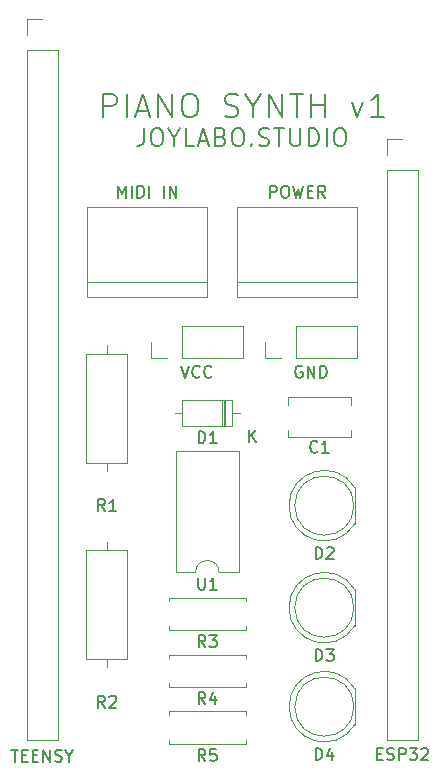
<source format=gto>
%TF.GenerationSoftware,KiCad,Pcbnew,(6.0.5-0)*%
%TF.CreationDate,2022-05-25T22:01:54-07:00*%
%TF.ProjectId,pool-piano-synth,706f6f6c-2d70-4696-916e-6f2d73796e74,v1*%
%TF.SameCoordinates,Original*%
%TF.FileFunction,Legend,Top*%
%TF.FilePolarity,Positive*%
%FSLAX46Y46*%
G04 Gerber Fmt 4.6, Leading zero omitted, Abs format (unit mm)*
G04 Created by KiCad (PCBNEW (6.0.5-0)) date 2022-05-25 22:01:54*
%MOMM*%
%LPD*%
G01*
G04 APERTURE LIST*
%ADD10C,0.150000*%
%ADD11C,0.120000*%
G04 APERTURE END LIST*
D10*
X130890857Y-65420761D02*
X130890857Y-63420761D01*
X131652761Y-63420761D01*
X131843238Y-63516000D01*
X131938476Y-63611238D01*
X132033714Y-63801714D01*
X132033714Y-64087428D01*
X131938476Y-64277904D01*
X131843238Y-64373142D01*
X131652761Y-64468380D01*
X130890857Y-64468380D01*
X132890857Y-65420761D02*
X132890857Y-63420761D01*
X133747999Y-64849333D02*
X134700380Y-64849333D01*
X133557523Y-65420761D02*
X134224190Y-63420761D01*
X134890857Y-65420761D01*
X135557523Y-65420761D02*
X135557523Y-63420761D01*
X136700380Y-65420761D01*
X136700380Y-63420761D01*
X138033714Y-63420761D02*
X138414666Y-63420761D01*
X138605142Y-63516000D01*
X138795619Y-63706476D01*
X138890857Y-64087428D01*
X138890857Y-64754095D01*
X138795619Y-65135047D01*
X138605142Y-65325523D01*
X138414666Y-65420761D01*
X138033714Y-65420761D01*
X137843238Y-65325523D01*
X137652761Y-65135047D01*
X137557523Y-64754095D01*
X137557523Y-64087428D01*
X137652761Y-63706476D01*
X137843238Y-63516000D01*
X138033714Y-63420761D01*
X141176571Y-65325523D02*
X141462285Y-65420761D01*
X141938476Y-65420761D01*
X142128952Y-65325523D01*
X142224190Y-65230285D01*
X142319428Y-65039809D01*
X142319428Y-64849333D01*
X142224190Y-64658857D01*
X142128952Y-64563619D01*
X141938476Y-64468380D01*
X141557523Y-64373142D01*
X141367047Y-64277904D01*
X141271809Y-64182666D01*
X141176571Y-63992190D01*
X141176571Y-63801714D01*
X141271809Y-63611238D01*
X141367047Y-63516000D01*
X141557523Y-63420761D01*
X142033714Y-63420761D01*
X142319428Y-63516000D01*
X143557523Y-64468380D02*
X143557523Y-65420761D01*
X142890857Y-63420761D02*
X143557523Y-64468380D01*
X144224190Y-63420761D01*
X144890857Y-65420761D02*
X144890857Y-63420761D01*
X146033714Y-65420761D01*
X146033714Y-63420761D01*
X146700380Y-63420761D02*
X147843238Y-63420761D01*
X147271809Y-65420761D02*
X147271809Y-63420761D01*
X148509904Y-65420761D02*
X148509904Y-63420761D01*
X148509904Y-64373142D02*
X149652761Y-64373142D01*
X149652761Y-65420761D02*
X149652761Y-63420761D01*
X151938476Y-64087428D02*
X152414666Y-65420761D01*
X152890857Y-64087428D01*
X154700380Y-65420761D02*
X153557523Y-65420761D01*
X154128952Y-65420761D02*
X154128952Y-63420761D01*
X153938476Y-63706476D01*
X153748000Y-63896952D01*
X153557523Y-63992190D01*
X134299571Y-66361571D02*
X134299571Y-67433000D01*
X134228142Y-67647285D01*
X134085285Y-67790142D01*
X133871000Y-67861571D01*
X133728142Y-67861571D01*
X135299571Y-66361571D02*
X135585285Y-66361571D01*
X135728142Y-66433000D01*
X135871000Y-66575857D01*
X135942428Y-66861571D01*
X135942428Y-67361571D01*
X135871000Y-67647285D01*
X135728142Y-67790142D01*
X135585285Y-67861571D01*
X135299571Y-67861571D01*
X135156714Y-67790142D01*
X135013857Y-67647285D01*
X134942428Y-67361571D01*
X134942428Y-66861571D01*
X135013857Y-66575857D01*
X135156714Y-66433000D01*
X135299571Y-66361571D01*
X136871000Y-67147285D02*
X136871000Y-67861571D01*
X136371000Y-66361571D02*
X136871000Y-67147285D01*
X137371000Y-66361571D01*
X138585285Y-67861571D02*
X137871000Y-67861571D01*
X137871000Y-66361571D01*
X139013857Y-67433000D02*
X139728142Y-67433000D01*
X138871000Y-67861571D02*
X139371000Y-66361571D01*
X139871000Y-67861571D01*
X140871000Y-67075857D02*
X141085285Y-67147285D01*
X141156714Y-67218714D01*
X141228142Y-67361571D01*
X141228142Y-67575857D01*
X141156714Y-67718714D01*
X141085285Y-67790142D01*
X140942428Y-67861571D01*
X140371000Y-67861571D01*
X140371000Y-66361571D01*
X140871000Y-66361571D01*
X141013857Y-66433000D01*
X141085285Y-66504428D01*
X141156714Y-66647285D01*
X141156714Y-66790142D01*
X141085285Y-66933000D01*
X141013857Y-67004428D01*
X140871000Y-67075857D01*
X140371000Y-67075857D01*
X142156714Y-66361571D02*
X142442428Y-66361571D01*
X142585285Y-66433000D01*
X142728142Y-66575857D01*
X142799571Y-66861571D01*
X142799571Y-67361571D01*
X142728142Y-67647285D01*
X142585285Y-67790142D01*
X142442428Y-67861571D01*
X142156714Y-67861571D01*
X142013857Y-67790142D01*
X141871000Y-67647285D01*
X141799571Y-67361571D01*
X141799571Y-66861571D01*
X141871000Y-66575857D01*
X142013857Y-66433000D01*
X142156714Y-66361571D01*
X143442428Y-67718714D02*
X143513857Y-67790142D01*
X143442428Y-67861571D01*
X143371000Y-67790142D01*
X143442428Y-67718714D01*
X143442428Y-67861571D01*
X144085285Y-67790142D02*
X144299571Y-67861571D01*
X144656714Y-67861571D01*
X144799571Y-67790142D01*
X144871000Y-67718714D01*
X144942428Y-67575857D01*
X144942428Y-67433000D01*
X144871000Y-67290142D01*
X144799571Y-67218714D01*
X144656714Y-67147285D01*
X144371000Y-67075857D01*
X144228142Y-67004428D01*
X144156714Y-66933000D01*
X144085285Y-66790142D01*
X144085285Y-66647285D01*
X144156714Y-66504428D01*
X144228142Y-66433000D01*
X144371000Y-66361571D01*
X144728142Y-66361571D01*
X144942428Y-66433000D01*
X145371000Y-66361571D02*
X146228142Y-66361571D01*
X145799571Y-67861571D02*
X145799571Y-66361571D01*
X146728142Y-66361571D02*
X146728142Y-67575857D01*
X146799571Y-67718714D01*
X146871000Y-67790142D01*
X147013857Y-67861571D01*
X147299571Y-67861571D01*
X147442428Y-67790142D01*
X147513857Y-67718714D01*
X147585285Y-67575857D01*
X147585285Y-66361571D01*
X148299571Y-67861571D02*
X148299571Y-66361571D01*
X148656714Y-66361571D01*
X148871000Y-66433000D01*
X149013857Y-66575857D01*
X149085285Y-66718714D01*
X149156714Y-67004428D01*
X149156714Y-67218714D01*
X149085285Y-67504428D01*
X149013857Y-67647285D01*
X148871000Y-67790142D01*
X148656714Y-67861571D01*
X148299571Y-67861571D01*
X149799571Y-67861571D02*
X149799571Y-66361571D01*
X150799571Y-66361571D02*
X151085285Y-66361571D01*
X151228142Y-66433000D01*
X151371000Y-66575857D01*
X151442428Y-66861571D01*
X151442428Y-67361571D01*
X151371000Y-67647285D01*
X151228142Y-67790142D01*
X151085285Y-67861571D01*
X150799571Y-67861571D01*
X150656714Y-67790142D01*
X150513857Y-67647285D01*
X150442428Y-67361571D01*
X150442428Y-66861571D01*
X150513857Y-66575857D01*
X150656714Y-66433000D01*
X150799571Y-66361571D01*
%TO.C,VCC*%
X137477666Y-86447380D02*
X137811000Y-87447380D01*
X138144333Y-86447380D01*
X139049095Y-87352142D02*
X139001476Y-87399761D01*
X138858619Y-87447380D01*
X138763380Y-87447380D01*
X138620523Y-87399761D01*
X138525285Y-87304523D01*
X138477666Y-87209285D01*
X138430047Y-87018809D01*
X138430047Y-86875952D01*
X138477666Y-86685476D01*
X138525285Y-86590238D01*
X138620523Y-86495000D01*
X138763380Y-86447380D01*
X138858619Y-86447380D01*
X139001476Y-86495000D01*
X139049095Y-86542619D01*
X140049095Y-87352142D02*
X140001476Y-87399761D01*
X139858619Y-87447380D01*
X139763380Y-87447380D01*
X139620523Y-87399761D01*
X139525285Y-87304523D01*
X139477666Y-87209285D01*
X139430047Y-87018809D01*
X139430047Y-86875952D01*
X139477666Y-86685476D01*
X139525285Y-86590238D01*
X139620523Y-86495000D01*
X139763380Y-86447380D01*
X139858619Y-86447380D01*
X140001476Y-86495000D01*
X140049095Y-86542619D01*
%TO.C,MIDI IN*%
X132167619Y-72207380D02*
X132167619Y-71207380D01*
X132500952Y-71921666D01*
X132834285Y-71207380D01*
X132834285Y-72207380D01*
X133310476Y-72207380D02*
X133310476Y-71207380D01*
X133786666Y-72207380D02*
X133786666Y-71207380D01*
X134024761Y-71207380D01*
X134167619Y-71255000D01*
X134262857Y-71350238D01*
X134310476Y-71445476D01*
X134358095Y-71635952D01*
X134358095Y-71778809D01*
X134310476Y-71969285D01*
X134262857Y-72064523D01*
X134167619Y-72159761D01*
X134024761Y-72207380D01*
X133786666Y-72207380D01*
X134786666Y-72207380D02*
X134786666Y-71207380D01*
X136024761Y-72207380D02*
X136024761Y-71207380D01*
X136500952Y-72207380D02*
X136500952Y-71207380D01*
X137072380Y-72207380D01*
X137072380Y-71207380D01*
%TO.C,R5*%
X139533333Y-119916380D02*
X139200000Y-119440190D01*
X138961904Y-119916380D02*
X138961904Y-118916380D01*
X139342857Y-118916380D01*
X139438095Y-118964000D01*
X139485714Y-119011619D01*
X139533333Y-119106857D01*
X139533333Y-119249714D01*
X139485714Y-119344952D01*
X139438095Y-119392571D01*
X139342857Y-119440190D01*
X138961904Y-119440190D01*
X140438095Y-118916380D02*
X139961904Y-118916380D01*
X139914285Y-119392571D01*
X139961904Y-119344952D01*
X140057142Y-119297333D01*
X140295238Y-119297333D01*
X140390476Y-119344952D01*
X140438095Y-119392571D01*
X140485714Y-119487809D01*
X140485714Y-119725904D01*
X140438095Y-119821142D01*
X140390476Y-119868761D01*
X140295238Y-119916380D01*
X140057142Y-119916380D01*
X139961904Y-119868761D01*
X139914285Y-119821142D01*
%TO.C,R2*%
X131034333Y-115397380D02*
X130701000Y-114921190D01*
X130462904Y-115397380D02*
X130462904Y-114397380D01*
X130843857Y-114397380D01*
X130939095Y-114445000D01*
X130986714Y-114492619D01*
X131034333Y-114587857D01*
X131034333Y-114730714D01*
X130986714Y-114825952D01*
X130939095Y-114873571D01*
X130843857Y-114921190D01*
X130462904Y-114921190D01*
X131415285Y-114492619D02*
X131462904Y-114445000D01*
X131558142Y-114397380D01*
X131796238Y-114397380D01*
X131891476Y-114445000D01*
X131939095Y-114492619D01*
X131986714Y-114587857D01*
X131986714Y-114683095D01*
X131939095Y-114825952D01*
X131367666Y-115397380D01*
X131986714Y-115397380D01*
%TO.C,R1*%
X131034333Y-98750380D02*
X130701000Y-98274190D01*
X130462904Y-98750380D02*
X130462904Y-97750380D01*
X130843857Y-97750380D01*
X130939095Y-97798000D01*
X130986714Y-97845619D01*
X131034333Y-97940857D01*
X131034333Y-98083714D01*
X130986714Y-98178952D01*
X130939095Y-98226571D01*
X130843857Y-98274190D01*
X130462904Y-98274190D01*
X131986714Y-98750380D02*
X131415285Y-98750380D01*
X131701000Y-98750380D02*
X131701000Y-97750380D01*
X131605761Y-97893238D01*
X131510523Y-97988476D01*
X131415285Y-98036095D01*
%TO.C,GND*%
X147716095Y-86495000D02*
X147620857Y-86447380D01*
X147478000Y-86447380D01*
X147335142Y-86495000D01*
X147239904Y-86590238D01*
X147192285Y-86685476D01*
X147144666Y-86875952D01*
X147144666Y-87018809D01*
X147192285Y-87209285D01*
X147239904Y-87304523D01*
X147335142Y-87399761D01*
X147478000Y-87447380D01*
X147573238Y-87447380D01*
X147716095Y-87399761D01*
X147763714Y-87352142D01*
X147763714Y-87018809D01*
X147573238Y-87018809D01*
X148192285Y-87447380D02*
X148192285Y-86447380D01*
X148763714Y-87447380D01*
X148763714Y-86447380D01*
X149239904Y-87447380D02*
X149239904Y-86447380D01*
X149478000Y-86447380D01*
X149620857Y-86495000D01*
X149716095Y-86590238D01*
X149763714Y-86685476D01*
X149811333Y-86875952D01*
X149811333Y-87018809D01*
X149763714Y-87209285D01*
X149716095Y-87304523D01*
X149620857Y-87399761D01*
X149478000Y-87447380D01*
X149239904Y-87447380D01*
%TO.C,TEENSY*%
X123110952Y-118959380D02*
X123682380Y-118959380D01*
X123396666Y-119959380D02*
X123396666Y-118959380D01*
X124015714Y-119435571D02*
X124349047Y-119435571D01*
X124491904Y-119959380D02*
X124015714Y-119959380D01*
X124015714Y-118959380D01*
X124491904Y-118959380D01*
X124920476Y-119435571D02*
X125253809Y-119435571D01*
X125396666Y-119959380D02*
X124920476Y-119959380D01*
X124920476Y-118959380D01*
X125396666Y-118959380D01*
X125825238Y-119959380D02*
X125825238Y-118959380D01*
X126396666Y-119959380D01*
X126396666Y-118959380D01*
X126825238Y-119911761D02*
X126968095Y-119959380D01*
X127206190Y-119959380D01*
X127301428Y-119911761D01*
X127349047Y-119864142D01*
X127396666Y-119768904D01*
X127396666Y-119673666D01*
X127349047Y-119578428D01*
X127301428Y-119530809D01*
X127206190Y-119483190D01*
X127015714Y-119435571D01*
X126920476Y-119387952D01*
X126872857Y-119340333D01*
X126825238Y-119245095D01*
X126825238Y-119149857D01*
X126872857Y-119054619D01*
X126920476Y-119007000D01*
X127015714Y-118959380D01*
X127253809Y-118959380D01*
X127396666Y-119007000D01*
X128015714Y-119483190D02*
X128015714Y-119959380D01*
X127682380Y-118959380D02*
X128015714Y-119483190D01*
X128349047Y-118959380D01*
%TO.C,D1*%
X138961904Y-93006380D02*
X138961904Y-92006380D01*
X139200000Y-92006380D01*
X139342857Y-92054000D01*
X139438095Y-92149238D01*
X139485714Y-92244476D01*
X139533333Y-92434952D01*
X139533333Y-92577809D01*
X139485714Y-92768285D01*
X139438095Y-92863523D01*
X139342857Y-92958761D01*
X139200000Y-93006380D01*
X138961904Y-93006380D01*
X140485714Y-93006380D02*
X139914285Y-93006380D01*
X140200000Y-93006380D02*
X140200000Y-92006380D01*
X140104761Y-92149238D01*
X140009523Y-92244476D01*
X139914285Y-92292095D01*
X143248095Y-92928380D02*
X143248095Y-91928380D01*
X143819523Y-92928380D02*
X143390952Y-92356952D01*
X143819523Y-91928380D02*
X143248095Y-92499809D01*
%TO.C,POWER*%
X145010476Y-72207380D02*
X145010476Y-71207380D01*
X145391428Y-71207380D01*
X145486666Y-71255000D01*
X145534285Y-71302619D01*
X145581904Y-71397857D01*
X145581904Y-71540714D01*
X145534285Y-71635952D01*
X145486666Y-71683571D01*
X145391428Y-71731190D01*
X145010476Y-71731190D01*
X146200952Y-71207380D02*
X146391428Y-71207380D01*
X146486666Y-71255000D01*
X146581904Y-71350238D01*
X146629523Y-71540714D01*
X146629523Y-71874047D01*
X146581904Y-72064523D01*
X146486666Y-72159761D01*
X146391428Y-72207380D01*
X146200952Y-72207380D01*
X146105714Y-72159761D01*
X146010476Y-72064523D01*
X145962857Y-71874047D01*
X145962857Y-71540714D01*
X146010476Y-71350238D01*
X146105714Y-71255000D01*
X146200952Y-71207380D01*
X146962857Y-71207380D02*
X147200952Y-72207380D01*
X147391428Y-71493095D01*
X147581904Y-72207380D01*
X147820000Y-71207380D01*
X148200952Y-71683571D02*
X148534285Y-71683571D01*
X148677142Y-72207380D02*
X148200952Y-72207380D01*
X148200952Y-71207380D01*
X148677142Y-71207380D01*
X149677142Y-72207380D02*
X149343809Y-71731190D01*
X149105714Y-72207380D02*
X149105714Y-71207380D01*
X149486666Y-71207380D01*
X149581904Y-71255000D01*
X149629523Y-71302619D01*
X149677142Y-71397857D01*
X149677142Y-71540714D01*
X149629523Y-71635952D01*
X149581904Y-71683571D01*
X149486666Y-71731190D01*
X149105714Y-71731190D01*
%TO.C,ESP32*%
X154067142Y-119308571D02*
X154400476Y-119308571D01*
X154543333Y-119832380D02*
X154067142Y-119832380D01*
X154067142Y-118832380D01*
X154543333Y-118832380D01*
X154924285Y-119784761D02*
X155067142Y-119832380D01*
X155305238Y-119832380D01*
X155400476Y-119784761D01*
X155448095Y-119737142D01*
X155495714Y-119641904D01*
X155495714Y-119546666D01*
X155448095Y-119451428D01*
X155400476Y-119403809D01*
X155305238Y-119356190D01*
X155114761Y-119308571D01*
X155019523Y-119260952D01*
X154971904Y-119213333D01*
X154924285Y-119118095D01*
X154924285Y-119022857D01*
X154971904Y-118927619D01*
X155019523Y-118880000D01*
X155114761Y-118832380D01*
X155352857Y-118832380D01*
X155495714Y-118880000D01*
X155924285Y-119832380D02*
X155924285Y-118832380D01*
X156305238Y-118832380D01*
X156400476Y-118880000D01*
X156448095Y-118927619D01*
X156495714Y-119022857D01*
X156495714Y-119165714D01*
X156448095Y-119260952D01*
X156400476Y-119308571D01*
X156305238Y-119356190D01*
X155924285Y-119356190D01*
X156829047Y-118832380D02*
X157448095Y-118832380D01*
X157114761Y-119213333D01*
X157257619Y-119213333D01*
X157352857Y-119260952D01*
X157400476Y-119308571D01*
X157448095Y-119403809D01*
X157448095Y-119641904D01*
X157400476Y-119737142D01*
X157352857Y-119784761D01*
X157257619Y-119832380D01*
X156971904Y-119832380D01*
X156876666Y-119784761D01*
X156829047Y-119737142D01*
X157829047Y-118927619D02*
X157876666Y-118880000D01*
X157971904Y-118832380D01*
X158210000Y-118832380D01*
X158305238Y-118880000D01*
X158352857Y-118927619D01*
X158400476Y-119022857D01*
X158400476Y-119118095D01*
X158352857Y-119260952D01*
X157781428Y-119832380D01*
X158400476Y-119832380D01*
%TO.C,D3*%
X148867904Y-111450380D02*
X148867904Y-110450380D01*
X149106000Y-110450380D01*
X149248857Y-110498000D01*
X149344095Y-110593238D01*
X149391714Y-110688476D01*
X149439333Y-110878952D01*
X149439333Y-111021809D01*
X149391714Y-111212285D01*
X149344095Y-111307523D01*
X149248857Y-111402761D01*
X149106000Y-111450380D01*
X148867904Y-111450380D01*
X149772666Y-110450380D02*
X150391714Y-110450380D01*
X150058380Y-110831333D01*
X150201238Y-110831333D01*
X150296476Y-110878952D01*
X150344095Y-110926571D01*
X150391714Y-111021809D01*
X150391714Y-111259904D01*
X150344095Y-111355142D01*
X150296476Y-111402761D01*
X150201238Y-111450380D01*
X149915523Y-111450380D01*
X149820285Y-111402761D01*
X149772666Y-111355142D01*
%TO.C,U1*%
X138938095Y-104398380D02*
X138938095Y-105207904D01*
X138985714Y-105303142D01*
X139033333Y-105350761D01*
X139128571Y-105398380D01*
X139319047Y-105398380D01*
X139414285Y-105350761D01*
X139461904Y-105303142D01*
X139509523Y-105207904D01*
X139509523Y-104398380D01*
X140509523Y-105398380D02*
X139938095Y-105398380D01*
X140223809Y-105398380D02*
X140223809Y-104398380D01*
X140128571Y-104541238D01*
X140033333Y-104636476D01*
X139938095Y-104684095D01*
%TO.C,D2*%
X148867904Y-102814380D02*
X148867904Y-101814380D01*
X149106000Y-101814380D01*
X149248857Y-101862000D01*
X149344095Y-101957238D01*
X149391714Y-102052476D01*
X149439333Y-102242952D01*
X149439333Y-102385809D01*
X149391714Y-102576285D01*
X149344095Y-102671523D01*
X149248857Y-102766761D01*
X149106000Y-102814380D01*
X148867904Y-102814380D01*
X149820285Y-101909619D02*
X149867904Y-101862000D01*
X149963142Y-101814380D01*
X150201238Y-101814380D01*
X150296476Y-101862000D01*
X150344095Y-101909619D01*
X150391714Y-102004857D01*
X150391714Y-102100095D01*
X150344095Y-102242952D01*
X149772666Y-102814380D01*
X150391714Y-102814380D01*
%TO.C,C1*%
X149018333Y-93702142D02*
X148970714Y-93749761D01*
X148827857Y-93797380D01*
X148732619Y-93797380D01*
X148589761Y-93749761D01*
X148494523Y-93654523D01*
X148446904Y-93559285D01*
X148399285Y-93368809D01*
X148399285Y-93225952D01*
X148446904Y-93035476D01*
X148494523Y-92940238D01*
X148589761Y-92845000D01*
X148732619Y-92797380D01*
X148827857Y-92797380D01*
X148970714Y-92845000D01*
X149018333Y-92892619D01*
X149970714Y-93797380D02*
X149399285Y-93797380D01*
X149685000Y-93797380D02*
X149685000Y-92797380D01*
X149589761Y-92940238D01*
X149494523Y-93035476D01*
X149399285Y-93083095D01*
%TO.C,R4*%
X139533333Y-115100380D02*
X139200000Y-114624190D01*
X138961904Y-115100380D02*
X138961904Y-114100380D01*
X139342857Y-114100380D01*
X139438095Y-114148000D01*
X139485714Y-114195619D01*
X139533333Y-114290857D01*
X139533333Y-114433714D01*
X139485714Y-114528952D01*
X139438095Y-114576571D01*
X139342857Y-114624190D01*
X138961904Y-114624190D01*
X140390476Y-114433714D02*
X140390476Y-115100380D01*
X140152380Y-114052761D02*
X139914285Y-114767047D01*
X140533333Y-114767047D01*
%TO.C,R3*%
X139533333Y-110274380D02*
X139200000Y-109798190D01*
X138961904Y-110274380D02*
X138961904Y-109274380D01*
X139342857Y-109274380D01*
X139438095Y-109322000D01*
X139485714Y-109369619D01*
X139533333Y-109464857D01*
X139533333Y-109607714D01*
X139485714Y-109702952D01*
X139438095Y-109750571D01*
X139342857Y-109798190D01*
X138961904Y-109798190D01*
X139866666Y-109274380D02*
X140485714Y-109274380D01*
X140152380Y-109655333D01*
X140295238Y-109655333D01*
X140390476Y-109702952D01*
X140438095Y-109750571D01*
X140485714Y-109845809D01*
X140485714Y-110083904D01*
X140438095Y-110179142D01*
X140390476Y-110226761D01*
X140295238Y-110274380D01*
X140009523Y-110274380D01*
X139914285Y-110226761D01*
X139866666Y-110179142D01*
%TO.C,D4*%
X148867904Y-119832380D02*
X148867904Y-118832380D01*
X149106000Y-118832380D01*
X149248857Y-118880000D01*
X149344095Y-118975238D01*
X149391714Y-119070476D01*
X149439333Y-119260952D01*
X149439333Y-119403809D01*
X149391714Y-119594285D01*
X149344095Y-119689523D01*
X149248857Y-119784761D01*
X149106000Y-119832380D01*
X148867904Y-119832380D01*
X150296476Y-119165714D02*
X150296476Y-119832380D01*
X150058380Y-118784761D02*
X149820285Y-119499047D01*
X150439333Y-119499047D01*
D11*
%TO.C,VCC*%
X137556000Y-85785000D02*
X137556000Y-83125000D01*
X134956000Y-85785000D02*
X134956000Y-84455000D01*
X142696000Y-85785000D02*
X142696000Y-83125000D01*
X137556000Y-85785000D02*
X142696000Y-85785000D01*
X136286000Y-85785000D02*
X134956000Y-85785000D01*
X137556000Y-83125000D02*
X142696000Y-83125000D01*
%TO.C,MIDI IN*%
X129540000Y-73025000D02*
X129540000Y-80645000D01*
X139700000Y-80645000D02*
X139700000Y-73025000D01*
X129540000Y-80645000D02*
X139700000Y-80645000D01*
X139700000Y-79375000D02*
X129540000Y-79375000D01*
X139700000Y-73025000D02*
X129540000Y-73025000D01*
%TO.C,R5*%
X142970000Y-116054000D02*
X142970000Y-115724000D01*
X142970000Y-118134000D02*
X142970000Y-118464000D01*
X142970000Y-118464000D02*
X136430000Y-118464000D01*
X136430000Y-115724000D02*
X136430000Y-116054000D01*
X142970000Y-115724000D02*
X136430000Y-115724000D01*
X136430000Y-118464000D02*
X136430000Y-118134000D01*
%TO.C,R2*%
X131191000Y-101370000D02*
X131191000Y-102060000D01*
X129471000Y-111300000D02*
X132911000Y-111300000D01*
X132911000Y-102060000D02*
X129471000Y-102060000D01*
X131191000Y-111990000D02*
X131191000Y-111300000D01*
X132911000Y-111300000D02*
X132911000Y-102060000D01*
X129471000Y-102060000D02*
X129471000Y-111300000D01*
%TO.C,R1*%
X129471000Y-94663000D02*
X132911000Y-94663000D01*
X132911000Y-94663000D02*
X132911000Y-85423000D01*
X132911000Y-85423000D02*
X129471000Y-85423000D01*
X131191000Y-95353000D02*
X131191000Y-94663000D01*
X131191000Y-84733000D02*
X131191000Y-85423000D01*
X129471000Y-85423000D02*
X129471000Y-94663000D01*
%TO.C,GND*%
X147208000Y-85785000D02*
X152348000Y-85785000D01*
X145938000Y-85785000D02*
X144608000Y-85785000D01*
X152348000Y-85785000D02*
X152348000Y-83125000D01*
X147208000Y-85785000D02*
X147208000Y-83125000D01*
X147208000Y-83125000D02*
X152348000Y-83125000D01*
X144608000Y-85785000D02*
X144608000Y-84455000D01*
%TO.C,TEENSY*%
X124400000Y-118170000D02*
X127060000Y-118170000D01*
X127060000Y-59690000D02*
X127060000Y-118170000D01*
X124400000Y-58420000D02*
X124400000Y-57090000D01*
X124400000Y-59690000D02*
X127060000Y-59690000D01*
X124400000Y-59690000D02*
X124400000Y-118170000D01*
X124400000Y-57090000D02*
X125730000Y-57090000D01*
%TO.C,D1*%
X141820000Y-89314000D02*
X137580000Y-89314000D01*
X141100000Y-91554000D02*
X141100000Y-89314000D01*
X136930000Y-90434000D02*
X137580000Y-90434000D01*
X137580000Y-89314000D02*
X137580000Y-91554000D01*
X137580000Y-91554000D02*
X141820000Y-91554000D01*
X141820000Y-91554000D02*
X141820000Y-89314000D01*
X141220000Y-91554000D02*
X141220000Y-89314000D01*
X140980000Y-91554000D02*
X140980000Y-89314000D01*
X142470000Y-90434000D02*
X141820000Y-90434000D01*
%TO.C,POWER*%
X152400000Y-73025000D02*
X142240000Y-73025000D01*
X142240000Y-73025000D02*
X142240000Y-80645000D01*
X142240000Y-80645000D02*
X152400000Y-80645000D01*
X152400000Y-80645000D02*
X152400000Y-73025000D01*
X152400000Y-79375000D02*
X142240000Y-79375000D01*
%TO.C,ESP32*%
X154880000Y-68580000D02*
X154880000Y-67250000D01*
X157540000Y-69850000D02*
X157540000Y-118170000D01*
X154880000Y-69850000D02*
X154880000Y-118170000D01*
X154880000Y-69850000D02*
X157540000Y-69850000D01*
X154880000Y-67250000D02*
X156210000Y-67250000D01*
X154880000Y-118170000D02*
X157540000Y-118170000D01*
%TO.C,D3*%
X152166000Y-108479000D02*
X152166000Y-105389000D01*
X152166000Y-105389170D02*
G75*
G03*
X146616000Y-106934462I-2560000J-1544830D01*
G01*
X146616000Y-106933538D02*
G75*
G03*
X152166000Y-108478830I2990000J-462D01*
G01*
X152106000Y-106934000D02*
G75*
G03*
X152106000Y-106934000I-2500000J0D01*
G01*
%TO.C,U1*%
X142350000Y-93666000D02*
X137050000Y-93666000D01*
X137050000Y-93666000D02*
X137050000Y-103946000D01*
X142350000Y-103946000D02*
X142350000Y-93666000D01*
X137050000Y-103946000D02*
X138700000Y-103946000D01*
X140700000Y-103946000D02*
X142350000Y-103946000D01*
X140700000Y-103946000D02*
G75*
G03*
X138700000Y-103946000I-1000000J0D01*
G01*
%TO.C,D2*%
X152166000Y-99843000D02*
X152166000Y-96753000D01*
X152166000Y-96753170D02*
G75*
G03*
X146616000Y-98298462I-2560000J-1544830D01*
G01*
X146616000Y-98297538D02*
G75*
G03*
X152166000Y-99842830I2990000J-462D01*
G01*
X152106000Y-98298000D02*
G75*
G03*
X152106000Y-98298000I-2500000J0D01*
G01*
%TO.C,C1*%
X146515000Y-89084000D02*
X151855000Y-89084000D01*
X151855000Y-91860000D02*
X151855000Y-92526000D01*
X146515000Y-92526000D02*
X151855000Y-92526000D01*
X146515000Y-89084000D02*
X146515000Y-89750000D01*
X146515000Y-91860000D02*
X146515000Y-92526000D01*
X151855000Y-89084000D02*
X151855000Y-89750000D01*
%TO.C,R4*%
X142970000Y-113318000D02*
X142970000Y-113648000D01*
X142970000Y-113648000D02*
X136430000Y-113648000D01*
X136430000Y-110908000D02*
X136430000Y-111238000D01*
X136430000Y-113648000D02*
X136430000Y-113318000D01*
X142970000Y-110908000D02*
X136430000Y-110908000D01*
X142970000Y-111238000D02*
X142970000Y-110908000D01*
%TO.C,R3*%
X142970000Y-108822000D02*
X136430000Y-108822000D01*
X136430000Y-108822000D02*
X136430000Y-108492000D01*
X142970000Y-106082000D02*
X136430000Y-106082000D01*
X142970000Y-106412000D02*
X142970000Y-106082000D01*
X136430000Y-106082000D02*
X136430000Y-106412000D01*
X142970000Y-108492000D02*
X142970000Y-108822000D01*
%TO.C,D4*%
X152171000Y-116861000D02*
X152171000Y-113771000D01*
X152171000Y-113771170D02*
G75*
G03*
X146621000Y-115316462I-2560000J-1544830D01*
G01*
X146621000Y-115315538D02*
G75*
G03*
X152171000Y-116860830I2990000J-462D01*
G01*
X152111000Y-115316000D02*
G75*
G03*
X152111000Y-115316000I-2500000J0D01*
G01*
%TD*%
M02*

</source>
